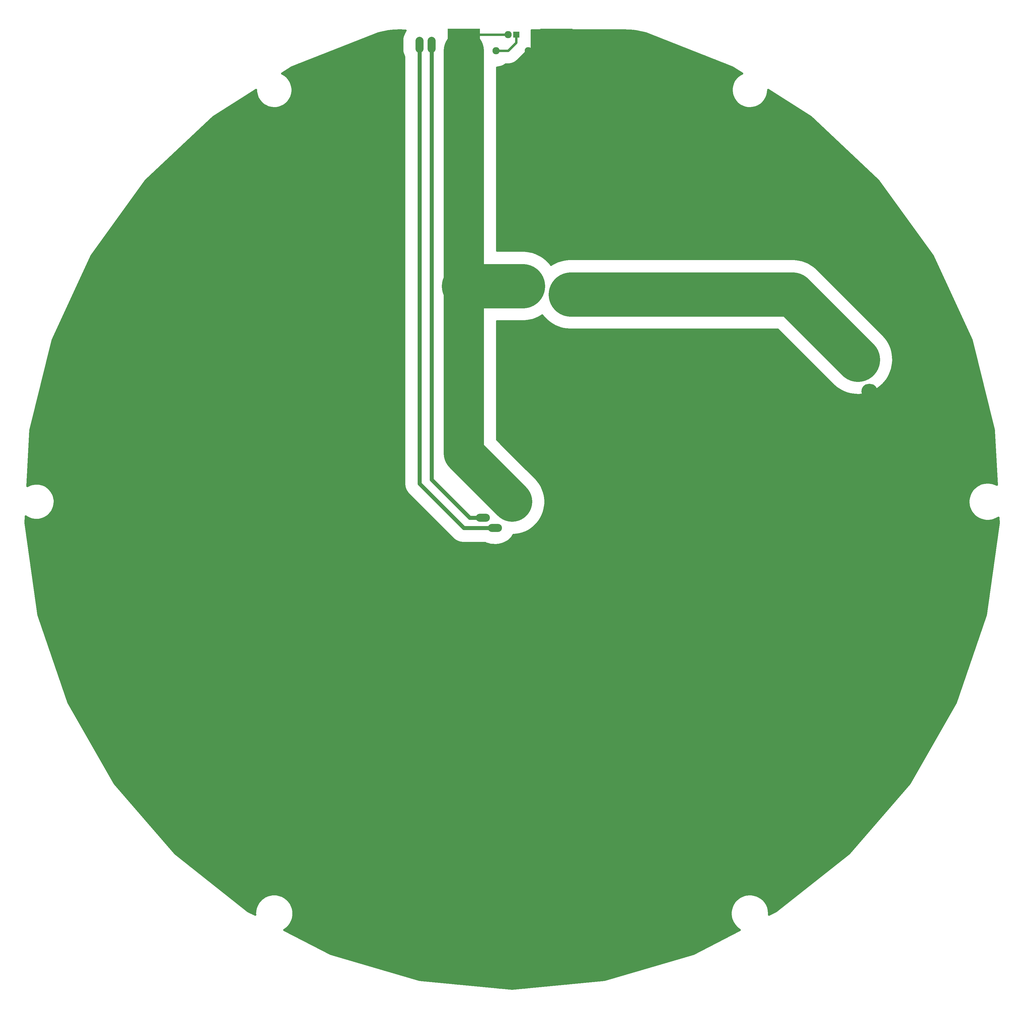
<source format=gbr>
G04 DipTrace 2.3.0.1*
%IN58742_R2_ONYX_Bottom.gbr*%
%MOIN*%
%ADD13C,0.1*%
%ADD14C,0.55*%
%ADD15C,0.03*%
%ADD16C,0.013*%
%ADD18C,0.05*%
%ADD19C,0.5*%
%ADD20C,0.025*%
%ADD22O,0.175X0.1*%
%ADD26O,0.199X0.186*%
%ADD27R,0.0591X0.0591*%
%ADD28C,0.09*%
%ADD29C,0.0591*%
%ADD31C,0.09*%
%ADD32C,0.04*%
%ADD33C,0.093*%
%FSLAX44Y44*%
G04*
G70*
G90*
G75*
G01*
%LNBottom*%
%LPD*%
X27971Y90724D2*
D14*
X55531D1*
X63646Y82609D1*
X18701Y120964D2*
D15*
X20201D1*
X21201Y121964D1*
Y122964D1*
X22701Y120964D2*
D16*
X25201D1*
Y119964D1*
X10701Y121214D2*
D18*
Y67714D1*
X15451Y62964D1*
X17201D1*
X10701Y121214D2*
D13*
Y122214D1*
X9201Y121214D2*
D18*
Y67214D1*
X14701Y61714D1*
X18701D1*
X9201Y121214D2*
D13*
Y122214D1*
X13701Y119964D2*
D16*
Y121964D1*
Y122964D2*
Y121964D1*
X15701Y119964D1*
X14701Y120964D2*
D19*
Y91754D1*
Y70964D1*
X20701Y64964D1*
X22041Y91754D2*
D14*
X14701D1*
X20201Y122964D2*
D15*
X13701D1*
D32*
X27201D3*
X26201D3*
X25201D3*
Y121964D3*
X26201D3*
X27201D3*
Y120964D3*
X26201D3*
X25201D3*
Y119964D3*
D15*
X24441Y91494D3*
X23831Y91574D3*
X22621Y91714D3*
X23211Y91654D3*
X22041Y91754D3*
X25561Y91314D3*
X26141Y91184D3*
X27366Y90899D3*
X26751Y91044D3*
X27971Y90724D3*
X63646Y82609D3*
X63866Y82049D3*
X64306Y80869D3*
X64106Y81469D3*
X64496Y80299D3*
X64881Y79214D3*
X65051Y78644D3*
X65401Y77444D3*
X65231Y78064D3*
X65561Y76854D3*
X-28139Y42914D3*
X-27859Y42344D3*
X-27361Y41214D3*
X-27609Y41774D3*
X-27049Y40651D3*
D33*
X20701Y64964D3*
D32*
X21139Y64089D3*
X21701Y64589D3*
X21826Y65339D3*
X26201Y119964D3*
X27201D3*
X21301Y65934D3*
X4535Y123245D2*
D20*
X7306D1*
X23157D2*
X36868D1*
X3762Y122996D2*
X7189D1*
X23157D2*
X37642D1*
X3125Y122748D2*
X7110D1*
X23157D2*
X38275D1*
X2493Y122499D2*
X7060D1*
X23157D2*
X38911D1*
X1860Y122250D2*
X7040D1*
X23157D2*
X39544D1*
X1223Y122002D2*
X7040D1*
X23157D2*
X40177D1*
X590Y121753D2*
X7040D1*
X23157D2*
X40814D1*
X-43Y121504D2*
X7040D1*
X23157D2*
X41446D1*
X-679Y121256D2*
X7040D1*
X23157D2*
X42079D1*
X-1312Y121007D2*
X7052D1*
X22633D2*
X42716D1*
X-1949Y120758D2*
X7091D1*
X22426D2*
X43349D1*
X-2582Y120509D2*
X7161D1*
X22176D2*
X43985D1*
X-3215Y120261D2*
X7267D1*
X21926D2*
X44618D1*
X-3851Y120012D2*
X7290D1*
X21680D2*
X45251D1*
X-4484Y119763D2*
X7290D1*
X21430D2*
X45888D1*
X-5117Y119515D2*
X7290D1*
X21114D2*
X46521D1*
X-5754Y119266D2*
X7290D1*
X20313D2*
X47153D1*
X-6386Y119017D2*
X7290D1*
X19473D2*
X47790D1*
X-6871Y118769D2*
X7290D1*
X18860D2*
X48271D1*
X-7261Y118520D2*
X7290D1*
X18860D2*
X48665D1*
X-7656Y118271D2*
X7290D1*
X18860D2*
X49060D1*
X-7609Y118023D2*
X7290D1*
X18860D2*
X49013D1*
X-7281Y117774D2*
X7290D1*
X18860D2*
X48685D1*
X-7047Y117525D2*
X7290D1*
X18860D2*
X48450D1*
X-6871Y117277D2*
X7290D1*
X18860D2*
X48275D1*
X-6742Y117028D2*
X7290D1*
X18860D2*
X48146D1*
X-6648Y116779D2*
X7290D1*
X18860D2*
X48048D1*
X-6586Y116530D2*
X7290D1*
X18860D2*
X47985D1*
X-6550Y116282D2*
X7290D1*
X18860D2*
X47954D1*
X-11191Y116033D2*
X-11109D1*
X-6547D2*
X7290D1*
X18860D2*
X47946D1*
X52516D2*
X52592D1*
X-11582Y115784D2*
X-11093D1*
X-6566D2*
X7290D1*
X18860D2*
X47970D1*
X52493D2*
X52985D1*
X-11976Y115536D2*
X-11042D1*
X-6617D2*
X7290D1*
X18860D2*
X48021D1*
X52446D2*
X53376D1*
X-12367Y115287D2*
X-10960D1*
X-6695D2*
X7290D1*
X18860D2*
X48099D1*
X52364D2*
X53771D1*
X-12761Y115038D2*
X-10847D1*
X-6812D2*
X7290D1*
X18860D2*
X48212D1*
X52250D2*
X54161D1*
X-13152Y114790D2*
X-10690D1*
X-6965D2*
X7290D1*
X18860D2*
X48368D1*
X52094D2*
X54556D1*
X-13547Y114541D2*
X-10487D1*
X-7172D2*
X7290D1*
X18860D2*
X48575D1*
X51887D2*
X54946D1*
X-13937Y114292D2*
X-10206D1*
X-7453D2*
X7290D1*
X18860D2*
X48857D1*
X51606D2*
X55341D1*
X-14332Y114044D2*
X-9784D1*
X-7875D2*
X7290D1*
X18860D2*
X49278D1*
X51184D2*
X55732D1*
X-14722Y113795D2*
X7290D1*
X18860D2*
X56126D1*
X-15117Y113546D2*
X7290D1*
X18860D2*
X56517D1*
X-15507Y113298D2*
X7290D1*
X18860D2*
X56911D1*
X-15902Y113049D2*
X7290D1*
X18860D2*
X57302D1*
X-16293Y112800D2*
X7290D1*
X18860D2*
X57696D1*
X-16582Y112551D2*
X7290D1*
X18860D2*
X57985D1*
X-16847Y112303D2*
X7290D1*
X18860D2*
X58247D1*
X-17109Y112054D2*
X7290D1*
X18860D2*
X58513D1*
X-17375Y111805D2*
X7290D1*
X18860D2*
X58775D1*
X-17636Y111557D2*
X7290D1*
X18860D2*
X59040D1*
X-17902Y111308D2*
X7290D1*
X18860D2*
X59306D1*
X-18168Y111059D2*
X7290D1*
X18860D2*
X59568D1*
X-18429Y110811D2*
X7290D1*
X18860D2*
X59833D1*
X-18695Y110562D2*
X7290D1*
X18860D2*
X60095D1*
X-18957Y110313D2*
X7290D1*
X18860D2*
X60360D1*
X-19222Y110065D2*
X7290D1*
X18860D2*
X60626D1*
X-19484Y109816D2*
X7290D1*
X18860D2*
X60888D1*
X-19750Y109567D2*
X7290D1*
X18860D2*
X61153D1*
X-20015Y109319D2*
X7290D1*
X18860D2*
X61415D1*
X-20277Y109070D2*
X7290D1*
X18860D2*
X61681D1*
X-20543Y108821D2*
X7290D1*
X18860D2*
X61946D1*
X-20804Y108572D2*
X7290D1*
X18860D2*
X62208D1*
X-21070Y108324D2*
X7290D1*
X18860D2*
X62474D1*
X-21336Y108075D2*
X7290D1*
X18860D2*
X62735D1*
X-21597Y107826D2*
X7290D1*
X18860D2*
X63001D1*
X-21863Y107578D2*
X7290D1*
X18860D2*
X63267D1*
X-22125Y107329D2*
X7290D1*
X18860D2*
X63528D1*
X-22390Y107080D2*
X7290D1*
X18860D2*
X63794D1*
X-22656Y106832D2*
X7290D1*
X18860D2*
X64056D1*
X-22918Y106583D2*
X7290D1*
X18860D2*
X64321D1*
X-23183Y106334D2*
X7290D1*
X18860D2*
X64583D1*
X-23445Y106086D2*
X7290D1*
X18860D2*
X64849D1*
X-23711Y105837D2*
X7290D1*
X18860D2*
X65114D1*
X-23976Y105588D2*
X7290D1*
X18860D2*
X65376D1*
X-24238Y105340D2*
X7290D1*
X18860D2*
X65642D1*
X-24504Y105091D2*
X7290D1*
X18860D2*
X65903D1*
X-24765Y104842D2*
X7290D1*
X18860D2*
X66165D1*
X-24945Y104593D2*
X7290D1*
X18860D2*
X66345D1*
X-25125Y104345D2*
X7290D1*
X18860D2*
X66525D1*
X-25300Y104096D2*
X7290D1*
X18860D2*
X66704D1*
X-25480Y103847D2*
X7290D1*
X18860D2*
X66884D1*
X-25660Y103599D2*
X7290D1*
X18860D2*
X67064D1*
X-25840Y103350D2*
X7290D1*
X18860D2*
X67243D1*
X-26019Y103101D2*
X7290D1*
X18860D2*
X67423D1*
X-26199Y102853D2*
X7290D1*
X18860D2*
X67603D1*
X-26379Y102604D2*
X7290D1*
X18860D2*
X67778D1*
X-26558Y102355D2*
X7290D1*
X18860D2*
X67958D1*
X-26734Y102107D2*
X7290D1*
X18860D2*
X68138D1*
X-26914Y101858D2*
X7290D1*
X18860D2*
X68318D1*
X-27093Y101609D2*
X7290D1*
X18860D2*
X68497D1*
X-27273Y101361D2*
X7290D1*
X18860D2*
X68677D1*
X-27453Y101112D2*
X7290D1*
X18860D2*
X68857D1*
X-27632Y100863D2*
X7290D1*
X18860D2*
X69036D1*
X-27812Y100614D2*
X7290D1*
X18860D2*
X69212D1*
X-27992Y100366D2*
X7290D1*
X18860D2*
X69392D1*
X-28168Y100117D2*
X7290D1*
X18860D2*
X69571D1*
X-28347Y99868D2*
X7290D1*
X18860D2*
X69751D1*
X-28527Y99620D2*
X7290D1*
X18860D2*
X69931D1*
X-28707Y99371D2*
X7290D1*
X18860D2*
X70110D1*
X-28886Y99122D2*
X7290D1*
X18860D2*
X70290D1*
X-29066Y98874D2*
X7290D1*
X18860D2*
X70470D1*
X-29246Y98625D2*
X7290D1*
X18860D2*
X70646D1*
X-29425Y98376D2*
X7290D1*
X18860D2*
X70825D1*
X-29601Y98128D2*
X7290D1*
X18860D2*
X71005D1*
X-29781Y97879D2*
X7290D1*
X18860D2*
X71185D1*
X-29961Y97630D2*
X7290D1*
X18860D2*
X71364D1*
X-30140Y97382D2*
X7290D1*
X18860D2*
X71544D1*
X-30320Y97133D2*
X7290D1*
X18860D2*
X71724D1*
X-30500Y96884D2*
X7290D1*
X18860D2*
X71903D1*
X-30679Y96635D2*
X7290D1*
X18860D2*
X72079D1*
X-30859Y96387D2*
X7290D1*
X18860D2*
X72259D1*
X-31039Y96138D2*
X7290D1*
X22125D2*
X72439D1*
X-31215Y95889D2*
X7290D1*
X23524D2*
X72618D1*
X-31394Y95641D2*
X7290D1*
X24094D2*
X72798D1*
X-31547Y95392D2*
X7290D1*
X24512D2*
X72950D1*
X-31664Y95143D2*
X7290D1*
X24848D2*
X73068D1*
X-31777Y94895D2*
X7290D1*
X25125D2*
X26595D1*
X56910D2*
X73181D1*
X-31894Y94646D2*
X7290D1*
X25364D2*
X25985D1*
X57516D2*
X73298D1*
X-32007Y94397D2*
X7290D1*
X57950D2*
X73411D1*
X-32125Y94149D2*
X7290D1*
X58293D2*
X73525D1*
X-32238Y93900D2*
X7290D1*
X58578D2*
X73642D1*
X-32355Y93651D2*
X7290D1*
X58828D2*
X73755D1*
X-32468Y93403D2*
X7290D1*
X59078D2*
X73872D1*
X-32586Y93154D2*
X7290D1*
X59328D2*
X73985D1*
X-32699Y92905D2*
X7290D1*
X59575D2*
X74103D1*
X-32816Y92656D2*
X7290D1*
X59825D2*
X74216D1*
X-32929Y92408D2*
X7290D1*
X60075D2*
X74333D1*
X-33047Y92159D2*
X7290D1*
X60321D2*
X74446D1*
X-33160Y91910D2*
X7290D1*
X60571D2*
X74564D1*
X-33277Y91662D2*
X7290D1*
X60821D2*
X74677D1*
X-33390Y91413D2*
X7290D1*
X61067D2*
X74794D1*
X-33504Y91164D2*
X7290D1*
X61317D2*
X74907D1*
X-33621Y90916D2*
X7290D1*
X61567D2*
X75025D1*
X-33734Y90667D2*
X7290D1*
X61813D2*
X75138D1*
X-33851Y90418D2*
X7290D1*
X62063D2*
X75255D1*
X-33965Y90170D2*
X7290D1*
X62313D2*
X75368D1*
X-34082Y89921D2*
X7290D1*
X62559D2*
X75485D1*
X-34195Y89672D2*
X7290D1*
X62809D2*
X75599D1*
X-34312Y89424D2*
X7290D1*
X63059D2*
X75712D1*
X-34425Y89175D2*
X7290D1*
X63305D2*
X75829D1*
X-34543Y88926D2*
X7290D1*
X63555D2*
X75943D1*
X-34656Y88677D2*
X7290D1*
X63805D2*
X76060D1*
X-34773Y88429D2*
X7290D1*
X64051D2*
X76173D1*
X-34886Y88180D2*
X7290D1*
X64301D2*
X76290D1*
X-35004Y87931D2*
X7290D1*
X24215D2*
X24564D1*
X64551D2*
X76403D1*
X-35117Y87683D2*
X7290D1*
X23696D2*
X24786D1*
X64797D2*
X76521D1*
X-35234Y87434D2*
X7290D1*
X22821D2*
X25048D1*
X65047D2*
X76634D1*
X-35347Y87185D2*
X7290D1*
X18860D2*
X25357D1*
X65297D2*
X76751D1*
X-35461Y86937D2*
X7290D1*
X18860D2*
X25735D1*
X65543D2*
X76864D1*
X-35578Y86688D2*
X7290D1*
X18860D2*
X26232D1*
X65793D2*
X76982D1*
X-35691Y86439D2*
X7290D1*
X18860D2*
X27013D1*
X66043D2*
X77095D1*
X-35808Y86191D2*
X7290D1*
X18860D2*
X53837D1*
X66289D2*
X77212D1*
X-35922Y85942D2*
X7290D1*
X18860D2*
X54087D1*
X66539D2*
X77325D1*
X-36039Y85693D2*
X7290D1*
X18860D2*
X54337D1*
X66789D2*
X77443D1*
X-36152Y85445D2*
X7290D1*
X18860D2*
X54583D1*
X67016D2*
X77556D1*
X-36269Y85196D2*
X7290D1*
X18860D2*
X54833D1*
X67211D2*
X77669D1*
X-36367Y84947D2*
X7290D1*
X18860D2*
X55083D1*
X67379D2*
X77767D1*
X-36425Y84698D2*
X7290D1*
X18860D2*
X55329D1*
X67528D2*
X77829D1*
X-36488Y84450D2*
X7290D1*
X18860D2*
X55579D1*
X67653D2*
X77892D1*
X-36550Y84201D2*
X7290D1*
X18860D2*
X55829D1*
X67758D2*
X77954D1*
X-36613Y83952D2*
X7290D1*
X18860D2*
X56075D1*
X67844D2*
X78013D1*
X-36672Y83704D2*
X7290D1*
X18860D2*
X56325D1*
X67918D2*
X78075D1*
X-36734Y83455D2*
X7290D1*
X18860D2*
X56575D1*
X67973D2*
X78138D1*
X-36797Y83206D2*
X7290D1*
X18860D2*
X56821D1*
X68016D2*
X78200D1*
X-36859Y82958D2*
X7290D1*
X18860D2*
X57071D1*
X68043D2*
X78259D1*
X-36918Y82709D2*
X7290D1*
X18860D2*
X57321D1*
X68055D2*
X78321D1*
X-36980Y82460D2*
X7290D1*
X18860D2*
X57568D1*
X68055D2*
X78384D1*
X-37043Y82212D2*
X7290D1*
X18860D2*
X57818D1*
X68039D2*
X78446D1*
X-37105Y81963D2*
X7290D1*
X18860D2*
X58068D1*
X68008D2*
X78505D1*
X-37168Y81714D2*
X7290D1*
X18860D2*
X58314D1*
X67965D2*
X78568D1*
X-37226Y81466D2*
X7290D1*
X18860D2*
X58564D1*
X67907D2*
X78630D1*
X-37289Y81217D2*
X7290D1*
X18860D2*
X58814D1*
X67828D2*
X78693D1*
X-37351Y80968D2*
X7290D1*
X18860D2*
X59060D1*
X67739D2*
X78755D1*
X-37414Y80719D2*
X7290D1*
X18860D2*
X59310D1*
X67629D2*
X78814D1*
X-37472Y80471D2*
X7290D1*
X18860D2*
X59560D1*
X67500D2*
X78876D1*
X-37535Y80222D2*
X7290D1*
X18860D2*
X59806D1*
X67348D2*
X78939D1*
X-37597Y79973D2*
X7290D1*
X18860D2*
X60056D1*
X67176D2*
X79001D1*
X-37660Y79725D2*
X7290D1*
X18860D2*
X60306D1*
X66973D2*
X79060D1*
X-37718Y79476D2*
X7290D1*
X18860D2*
X60552D1*
X66739D2*
X79122D1*
X-37781Y79227D2*
X7290D1*
X18860D2*
X60829D1*
X66461D2*
X79185D1*
X-37843Y78979D2*
X7290D1*
X18860D2*
X61161D1*
X66129D2*
X79247D1*
X-37906Y78730D2*
X7290D1*
X18860D2*
X61575D1*
X65715D2*
X79306D1*
X-37965Y78481D2*
X7290D1*
X18860D2*
X62142D1*
X65153D2*
X79368D1*
X-38027Y78233D2*
X7290D1*
X18860D2*
X63345D1*
X63950D2*
X79431D1*
X-38090Y77984D2*
X7290D1*
X18860D2*
X79493D1*
X-38152Y77735D2*
X7290D1*
X18860D2*
X79552D1*
X-38211Y77487D2*
X7290D1*
X18860D2*
X79614D1*
X-38273Y77238D2*
X7290D1*
X18860D2*
X79677D1*
X-38336Y76989D2*
X7290D1*
X18860D2*
X79739D1*
X-38398Y76740D2*
X7290D1*
X18860D2*
X79798D1*
X-38457Y76492D2*
X7290D1*
X18860D2*
X79860D1*
X-38519Y76243D2*
X7290D1*
X18860D2*
X79923D1*
X-38582Y75994D2*
X7290D1*
X18860D2*
X79985D1*
X-38644Y75746D2*
X7290D1*
X18860D2*
X80044D1*
X-38707Y75497D2*
X7290D1*
X18860D2*
X80107D1*
X-38765Y75248D2*
X7290D1*
X18860D2*
X80169D1*
X-38828Y75000D2*
X7290D1*
X18860D2*
X80232D1*
X-38890Y74751D2*
X7290D1*
X18860D2*
X80290D1*
X-38953Y74502D2*
X7290D1*
X18860D2*
X80353D1*
X-39011Y74254D2*
X7290D1*
X18860D2*
X80415D1*
X-39074Y74005D2*
X7290D1*
X18860D2*
X80478D1*
X-39121Y73756D2*
X7290D1*
X18860D2*
X80521D1*
X-39132Y73508D2*
X7290D1*
X18860D2*
X80536D1*
X-39144Y73259D2*
X7290D1*
X18860D2*
X80548D1*
X-39160Y73010D2*
X7290D1*
X18860D2*
X80560D1*
X-39172Y72761D2*
X7290D1*
X18860D2*
X80575D1*
X-39183Y72513D2*
X7290D1*
X19024D2*
X80587D1*
X-39199Y72264D2*
X7290D1*
X19274D2*
X80599D1*
X-39211Y72015D2*
X7290D1*
X19524D2*
X80614D1*
X-39222Y71767D2*
X7290D1*
X19770D2*
X80626D1*
X-39234Y71518D2*
X7290D1*
X20020D2*
X80638D1*
X-39250Y71269D2*
X7290D1*
X20270D2*
X80650D1*
X-39261Y71021D2*
X7290D1*
X20516D2*
X80665D1*
X-39273Y70772D2*
X7290D1*
X20766D2*
X80677D1*
X-39289Y70523D2*
X7290D1*
X21016D2*
X80689D1*
X-39300Y70275D2*
X7290D1*
X21262D2*
X80704D1*
X-39312Y70026D2*
X7290D1*
X21512D2*
X80716D1*
X-39328Y69777D2*
X7290D1*
X21762D2*
X80728D1*
X-39340Y69529D2*
X7290D1*
X22008D2*
X80743D1*
X-39351Y69280D2*
X7290D1*
X22258D2*
X80755D1*
X-39363Y69031D2*
X7290D1*
X22508D2*
X80767D1*
X-39379Y68782D2*
X7290D1*
X22754D2*
X80778D1*
X-39390Y68534D2*
X7290D1*
X23004D2*
X80794D1*
X-39402Y68285D2*
X7290D1*
X23254D2*
X80806D1*
X-39418Y68036D2*
X7290D1*
X23500D2*
X80818D1*
X-39429Y67788D2*
X7290D1*
X23746D2*
X80833D1*
X-39441Y67539D2*
X7290D1*
X23961D2*
X80845D1*
X-39457Y67290D2*
X7290D1*
X24145D2*
X79212D1*
X80309D2*
X80857D1*
X-39468Y67042D2*
X-39272D1*
X-37445D2*
X7298D1*
X24301D2*
X78568D1*
X-37007Y66793D2*
X7341D1*
X24434D2*
X78208D1*
X-36718Y66544D2*
X7415D1*
X24547D2*
X77950D1*
X-36507Y66296D2*
X7528D1*
X24641D2*
X77759D1*
X-36351Y66047D2*
X7696D1*
X24715D2*
X77610D1*
X-36234Y65798D2*
X7927D1*
X24778D2*
X77501D1*
X-36152Y65550D2*
X8173D1*
X24821D2*
X77423D1*
X-36097Y65301D2*
X8423D1*
X24848D2*
X77376D1*
X-36074Y65052D2*
X8673D1*
X24860D2*
X77353D1*
X-36078Y64803D2*
X8919D1*
X24860D2*
X77357D1*
X-36113Y64555D2*
X9169D1*
X24840D2*
X77388D1*
X-36172Y64306D2*
X9419D1*
X24809D2*
X77443D1*
X-36265Y64057D2*
X9665D1*
X24762D2*
X77532D1*
X-36390Y63809D2*
X9915D1*
X24696D2*
X77650D1*
X-36562Y63560D2*
X10165D1*
X24618D2*
X77810D1*
X-36793Y63311D2*
X10411D1*
X24516D2*
X78017D1*
X-37113Y63063D2*
X10661D1*
X24399D2*
X78298D1*
X-39687Y62814D2*
X-39081D1*
X-37636D2*
X10911D1*
X24258D2*
X78704D1*
X80821D2*
X81091D1*
X-39699Y62565D2*
X11157D1*
X24094D2*
X81103D1*
X-39711Y62317D2*
X11407D1*
X23903D2*
X81114D1*
X-39675Y62068D2*
X11657D1*
X23676D2*
X81079D1*
X-39640Y61819D2*
X11903D1*
X23410D2*
X81044D1*
X-39605Y61571D2*
X12153D1*
X23090D2*
X81009D1*
X-39574Y61322D2*
X12403D1*
X22684D2*
X80974D1*
X-39539Y61073D2*
X12650D1*
X22125D2*
X80939D1*
X-39504Y60824D2*
X12900D1*
X20895D2*
X80903D1*
X-39468Y60576D2*
X13150D1*
X20739D2*
X80872D1*
X-39433Y60327D2*
X13400D1*
X20524D2*
X80837D1*
X-39398Y60078D2*
X13739D1*
X20243D2*
X80802D1*
X-39363Y59830D2*
X14618D1*
X19813D2*
X80767D1*
X-39328Y59581D2*
X18466D1*
X18688D2*
X80732D1*
X-39293Y59332D2*
X80696D1*
X-39257Y59084D2*
X80661D1*
X-39222Y58835D2*
X80626D1*
X-39191Y58586D2*
X80591D1*
X-39156Y58338D2*
X80556D1*
X-39121Y58089D2*
X80521D1*
X-39086Y57840D2*
X80485D1*
X-39050Y57592D2*
X80454D1*
X-39015Y57343D2*
X80419D1*
X-38980Y57094D2*
X80384D1*
X-38945Y56845D2*
X80349D1*
X-38910Y56597D2*
X80314D1*
X-38875Y56348D2*
X80278D1*
X-38840Y56099D2*
X80243D1*
X-38804Y55851D2*
X80208D1*
X-38773Y55602D2*
X80173D1*
X-38738Y55353D2*
X80138D1*
X-38703Y55105D2*
X80103D1*
X-38668Y54856D2*
X80068D1*
X-38632Y54607D2*
X80036D1*
X-38597Y54359D2*
X80001D1*
X-38562Y54110D2*
X79966D1*
X-38527Y53861D2*
X79931D1*
X-38492Y53613D2*
X79896D1*
X-38457Y53364D2*
X79860D1*
X-38422Y53115D2*
X79825D1*
X-38386Y52866D2*
X79790D1*
X-38355Y52618D2*
X79755D1*
X-38320Y52369D2*
X79720D1*
X-38285Y52120D2*
X79685D1*
X-38250Y51872D2*
X79653D1*
X-38215Y51623D2*
X79618D1*
X-38179Y51374D2*
X79583D1*
X-38144Y51126D2*
X79548D1*
X-38105Y50877D2*
X79509D1*
X-38019Y50628D2*
X79423D1*
X-37933Y50380D2*
X79337D1*
X-37847Y50131D2*
X79251D1*
X-37765Y49882D2*
X79165D1*
X-37679Y49634D2*
X79079D1*
X-37593Y49385D2*
X78997D1*
X-37507Y49136D2*
X78911D1*
X-37422Y48887D2*
X78825D1*
X-37336Y48639D2*
X78739D1*
X-37254Y48390D2*
X78653D1*
X-37168Y48141D2*
X78571D1*
X-37082Y47893D2*
X78485D1*
X-36996Y47644D2*
X78400D1*
X-36910Y47395D2*
X78314D1*
X-36828Y47147D2*
X78228D1*
X-36742Y46898D2*
X78146D1*
X-36656Y46649D2*
X78060D1*
X-36570Y46401D2*
X77974D1*
X-36484Y46152D2*
X77888D1*
X-36402Y45903D2*
X77802D1*
X-36316Y45655D2*
X77720D1*
X-36230Y45406D2*
X77634D1*
X-36144Y45157D2*
X77548D1*
X-36058Y44908D2*
X77462D1*
X-35976Y44660D2*
X77376D1*
X-35890Y44411D2*
X77294D1*
X-35804Y44162D2*
X77208D1*
X-35718Y43914D2*
X77122D1*
X-35632Y43665D2*
X77036D1*
X-35550Y43416D2*
X76950D1*
X-35465Y43168D2*
X76864D1*
X-35379Y42919D2*
X76782D1*
X-35293Y42670D2*
X76696D1*
X-35207Y42422D2*
X76610D1*
X-35125Y42173D2*
X76525D1*
X-35039Y41924D2*
X76439D1*
X-34953Y41675D2*
X76357D1*
X-34867Y41427D2*
X76271D1*
X-34781Y41178D2*
X76185D1*
X-34699Y40929D2*
X76099D1*
X-34613Y40681D2*
X76013D1*
X-34527Y40432D2*
X75931D1*
X-34441Y40183D2*
X75845D1*
X-34343Y39935D2*
X75743D1*
X-34199Y39686D2*
X75603D1*
X-34058Y39437D2*
X75458D1*
X-33914Y39189D2*
X75318D1*
X-33773Y38940D2*
X75173D1*
X-33629Y38691D2*
X75032D1*
X-33488Y38443D2*
X74888D1*
X-33343Y38194D2*
X74747D1*
X-33203Y37945D2*
X74603D1*
X-33058Y37696D2*
X74462D1*
X-32914Y37448D2*
X74318D1*
X-32773Y37199D2*
X74177D1*
X-32629Y36950D2*
X74032D1*
X-32488Y36702D2*
X73892D1*
X-32343Y36453D2*
X73747D1*
X-32203Y36204D2*
X73607D1*
X-32058Y35956D2*
X73462D1*
X-31918Y35707D2*
X73318D1*
X-31773Y35458D2*
X73177D1*
X-31632Y35210D2*
X73032D1*
X-31488Y34961D2*
X72892D1*
X-31347Y34712D2*
X72747D1*
X-31203Y34464D2*
X72607D1*
X-31062Y34215D2*
X72462D1*
X-30918Y33966D2*
X72321D1*
X-30777Y33717D2*
X72177D1*
X-30632Y33469D2*
X72036D1*
X-30488Y33220D2*
X71892D1*
X-30347Y32971D2*
X71751D1*
X-30203Y32723D2*
X71607D1*
X-30062Y32474D2*
X71466D1*
X-29918Y32225D2*
X71321D1*
X-29777Y31977D2*
X71181D1*
X-29632Y31728D2*
X71036D1*
X-29492Y31479D2*
X70892D1*
X-29347Y31231D2*
X70751D1*
X-29207Y30982D2*
X70607D1*
X-29062Y30733D2*
X70466D1*
X-28922Y30485D2*
X70321D1*
X-28777Y30236D2*
X70181D1*
X-28632Y29987D2*
X70036D1*
X-28418Y29738D2*
X69821D1*
X-28203Y29490D2*
X69607D1*
X-27988Y29241D2*
X69392D1*
X-27773Y28992D2*
X69177D1*
X-27562Y28744D2*
X68962D1*
X-27347Y28495D2*
X68747D1*
X-27132Y28246D2*
X68532D1*
X-26918Y27998D2*
X68321D1*
X-26703Y27749D2*
X68107D1*
X-26488Y27500D2*
X67892D1*
X-26273Y27252D2*
X67677D1*
X-26058Y27003D2*
X67462D1*
X-25843Y26754D2*
X67247D1*
X-25629Y26506D2*
X67032D1*
X-25414Y26257D2*
X66818D1*
X-25199Y26008D2*
X66603D1*
X-24988Y25759D2*
X66388D1*
X-24773Y25511D2*
X66173D1*
X-24558Y25262D2*
X65958D1*
X-24343Y25013D2*
X65743D1*
X-24129Y24765D2*
X65532D1*
X-23914Y24516D2*
X65318D1*
X-23699Y24267D2*
X65103D1*
X-23484Y24019D2*
X64888D1*
X-23269Y23770D2*
X64673D1*
X-23054Y23521D2*
X64458D1*
X-22840Y23273D2*
X64243D1*
X-22625Y23024D2*
X64028D1*
X-22410Y22775D2*
X63814D1*
X-22199Y22527D2*
X63599D1*
X-21984Y22278D2*
X63384D1*
X-21769Y22029D2*
X63169D1*
X-21554Y21780D2*
X62958D1*
X-21340Y21532D2*
X62743D1*
X-21125Y21283D2*
X62528D1*
X-20816Y21034D2*
X62220D1*
X-20504Y20786D2*
X61903D1*
X-20187Y20537D2*
X61591D1*
X-19871Y20288D2*
X61275D1*
X-19558Y20040D2*
X60958D1*
X-19242Y19791D2*
X60646D1*
X-18925Y19542D2*
X60329D1*
X-18613Y19294D2*
X60013D1*
X-18297Y19045D2*
X59700D1*
X-17980Y18796D2*
X59384D1*
X-17668Y18548D2*
X59068D1*
X-17351Y18299D2*
X58755D1*
X-17035Y18050D2*
X58439D1*
X-16722Y17801D2*
X58122D1*
X-16406Y17553D2*
X57810D1*
X-16090Y17304D2*
X57493D1*
X-15777Y17055D2*
X57177D1*
X-15461Y16807D2*
X56864D1*
X-15144Y16558D2*
X56548D1*
X-14832Y16309D2*
X56232D1*
X-14515Y16061D2*
X-9679D1*
X-7976D2*
X49380D1*
X51082D2*
X55919D1*
X-14199Y15812D2*
X-10171D1*
X-7488D2*
X48888D1*
X51575D2*
X55603D1*
X-13886Y15563D2*
X-10483D1*
X-7172D2*
X48575D1*
X51887D2*
X55286D1*
X-13570Y15315D2*
X-10714D1*
X-6941D2*
X48345D1*
X52118D2*
X54974D1*
X-13254Y15066D2*
X-10890D1*
X-6769D2*
X48169D1*
X52293D2*
X54657D1*
X-12941Y14817D2*
X-11022D1*
X-6636D2*
X48040D1*
X52426D2*
X54341D1*
X-12625Y14569D2*
X-11120D1*
X-6539D2*
X47943D1*
X52524D2*
X54028D1*
X-12308Y14320D2*
X-11186D1*
X-6472D2*
X47872D1*
X52590D2*
X53712D1*
X-11961Y14071D2*
X-11225D1*
X-6433D2*
X47833D1*
X52629D2*
X53364D1*
X-11480Y13822D2*
X-11237D1*
X-6418D2*
X47821D1*
X52641D2*
X52884D1*
X-6433Y13574D2*
X47833D1*
X-6472Y13325D2*
X47876D1*
X-6539Y13076D2*
X47943D1*
X-6636Y12828D2*
X48040D1*
X-6769Y12579D2*
X48173D1*
X-6945Y12330D2*
X48349D1*
X-7175Y12082D2*
X48579D1*
X-7492Y11833D2*
X48892D1*
X-7152Y11584D2*
X48556D1*
X-6672Y11336D2*
X48075D1*
X-6191Y11087D2*
X47595D1*
X-5711Y10838D2*
X47114D1*
X-5230Y10590D2*
X46634D1*
X-4750Y10341D2*
X46150D1*
X-4269Y10092D2*
X45669D1*
X-3785Y9843D2*
X45189D1*
X-3304Y9595D2*
X44708D1*
X-2824Y9346D2*
X44228D1*
X-2343Y9097D2*
X43747D1*
X-1863Y8849D2*
X43267D1*
X-1054Y8600D2*
X42458D1*
X-211Y8351D2*
X41614D1*
X633Y8103D2*
X40771D1*
X1477Y7854D2*
X39923D1*
X2321Y7605D2*
X39079D1*
X3168Y7357D2*
X38235D1*
X4012Y7108D2*
X37392D1*
X4856Y6859D2*
X36544D1*
X5700Y6611D2*
X35700D1*
X6547Y6362D2*
X34857D1*
X7391Y6113D2*
X34013D1*
X8235Y5864D2*
X33169D1*
X9078Y5616D2*
X32321D1*
X11328Y5367D2*
X30075D1*
X13926Y5118D2*
X27478D1*
X16524Y4870D2*
X24880D1*
X19121Y4621D2*
X22282D1*
X23132Y123492D2*
Y121033D1*
X22628D1*
X22466Y120827D1*
X21403Y119762D1*
X21214Y119598D1*
X21003Y119465D1*
X20775Y119363D1*
X20534Y119297D1*
X20292Y119266D1*
X19908Y119264D1*
X19686Y119126D1*
X19459Y119021D1*
X19221Y118944D1*
X18976Y118897D1*
X18840Y118884D1*
X18836Y118214D1*
Y96139D1*
X22166Y96137D1*
X22540Y96110D1*
X22911Y96052D1*
X23275Y95962D1*
X23629Y95841D1*
X23973Y95690D1*
X24302Y95511D1*
X24615Y95304D1*
X24909Y95071D1*
X25181Y94814D1*
X25431Y94535D1*
X25554Y94378D1*
X25689Y94468D1*
X26017Y94649D1*
X26359Y94802D1*
X26713Y94924D1*
X27077Y95016D1*
X27447Y95077D1*
X27821Y95106D1*
X29721Y95109D1*
X55656Y95107D1*
X56030Y95080D1*
X56401Y95022D1*
X56765Y94932D1*
X57119Y94811D1*
X57463Y94660D1*
X57792Y94481D1*
X58105Y94274D1*
X58399Y94041D1*
X58632Y93824D1*
X66834Y85620D1*
X67080Y85336D1*
X67300Y85033D1*
X67494Y84712D1*
X67660Y84376D1*
X67796Y84027D1*
X67902Y83667D1*
X67977Y83300D1*
X68020Y82927D1*
X68031Y82553D1*
X68010Y82178D1*
X67958Y81807D1*
X67873Y81442D1*
X67758Y81085D1*
X67613Y80739D1*
X67439Y80407D1*
X67237Y80092D1*
X67009Y79794D1*
X66756Y79517D1*
X66481Y79263D1*
X66185Y79033D1*
X65870Y78829D1*
X65539Y78653D1*
X65194Y78506D1*
X64838Y78389D1*
X64473Y78302D1*
X64103Y78247D1*
X63728Y78224D1*
X63354Y78233D1*
X62981Y78274D1*
X62613Y78347D1*
X62253Y78451D1*
X61903Y78585D1*
X61566Y78749D1*
X61244Y78941D1*
X60939Y79159D1*
X60654Y79403D1*
X59308Y80745D1*
X53715Y86339D1*
X27846Y86340D1*
X27473Y86367D1*
X27102Y86426D1*
X26738Y86516D1*
X26383Y86636D1*
X26040Y86787D1*
X25711Y86966D1*
X25398Y87173D1*
X25104Y87406D1*
X24831Y87663D1*
X24581Y87942D1*
X24459Y88099D1*
X24324Y88010D1*
X23996Y87828D1*
X23654Y87676D1*
X23299Y87553D1*
X22936Y87461D1*
X22566Y87400D1*
X22192Y87371D1*
X20291Y87369D1*
X18834D1*
X18836Y83629D1*
Y72679D1*
X20189Y71324D1*
X23712Y67798D1*
X23957Y67513D1*
X24174Y67208D1*
X24363Y66884D1*
X24522Y66545D1*
X24650Y66192D1*
X24745Y65830D1*
X24807Y65460D1*
X24835Y65086D1*
X24829Y64711D1*
X24789Y64339D1*
X24716Y63971D1*
X24609Y63612D1*
X24471Y63263D1*
X24301Y62929D1*
X24102Y62611D1*
X23875Y62313D1*
X23622Y62036D1*
X23345Y61784D1*
X23046Y61558D1*
X22728Y61359D1*
X22393Y61191D1*
X22044Y61053D1*
X21685Y60947D1*
X21317Y60875D1*
X20944Y60836D1*
X20870Y60833D1*
X20818Y60730D1*
X20698Y60553D1*
X20505Y60332D1*
X20325Y60159D1*
X20105Y60006D1*
X19791Y59832D1*
X19559Y59743D1*
X19183Y59638D1*
X18994Y59610D1*
X18599Y59579D1*
X18305Y59597D1*
X18035Y59626D1*
X17849Y59668D1*
X17486Y59779D1*
X17369Y59829D1*
X14577Y59833D1*
X14329Y59866D1*
X14088Y59931D1*
X13858Y60028D1*
X13642Y60154D1*
X13445Y60308D1*
X12838Y60911D1*
X7783Y65972D1*
X7631Y66170D1*
X7507Y66387D1*
X7413Y66619D1*
X7350Y66860D1*
X7319Y67108D1*
X7316Y67964D1*
Y120210D1*
X7227Y120402D1*
X7145Y120639D1*
X7092Y120883D1*
X7068Y121131D1*
X7066Y122214D1*
X7081Y122463D1*
X7125Y122709D1*
X7197Y122948D1*
X7296Y123177D1*
X7422Y123393D1*
X7492Y123492D1*
X6647Y123494D1*
X6317Y123488D1*
X5998Y123471D1*
X5675Y123443D1*
X5354Y123404D1*
X5033Y123353D1*
X4715Y123292D1*
X4399Y123219D1*
X4103Y123140D1*
X-6651Y118923D1*
X-7871Y118151D1*
X-7663Y118040D1*
X-7456Y117899D1*
X-7266Y117737D1*
X-7096Y117554D1*
X-6946Y117354D1*
X-6819Y117139D1*
X-6717Y116910D1*
X-6641Y116672D1*
X-6592Y116428D1*
X-6570Y116179D1*
X-6572Y115979D1*
X-6600Y115730D1*
X-6654Y115487D1*
X-6736Y115250D1*
X-6843Y115025D1*
X-6974Y114812D1*
X-7128Y114615D1*
X-7303Y114436D1*
X-7496Y114278D1*
X-7706Y114142D1*
X-7929Y114030D1*
X-8164Y113944D1*
X-8406Y113883D1*
X-8654Y113850D1*
X-8904Y113845D1*
X-9152Y113867D1*
X-9397Y113916D1*
X-9635Y113993D1*
X-9864Y114095D1*
X-10079Y114221D1*
X-10279Y114371D1*
X-10462Y114541D1*
X-10624Y114731D1*
X-10765Y114938D1*
X-10882Y115159D1*
X-10973Y115391D1*
X-11039Y115632D1*
X-11077Y115879D1*
X-11088Y116109D1*
X-12026Y115519D1*
X-16391Y112754D1*
X-24785Y104848D1*
X-31526Y95494D1*
X-36370Y85030D1*
X-39140Y73837D1*
X-39499Y66917D1*
X-39235Y67047D1*
X-39000Y67131D1*
X-38756Y67188D1*
X-38508Y67219D1*
X-38259Y67221D1*
X-38010Y67197D1*
X-37766Y67144D1*
X-37528Y67066D1*
X-37302Y66961D1*
X-37087Y66832D1*
X-36889Y66681D1*
X-36708Y66508D1*
X-36548Y66316D1*
X-36410Y66108D1*
X-36295Y65886D1*
X-36206Y65652D1*
X-36143Y65411D1*
X-36107Y65163D1*
X-36099Y64964D1*
X-36112Y64714D1*
X-36154Y64468D1*
X-36222Y64227D1*
X-36316Y63996D1*
X-36436Y63776D1*
X-36578Y63571D1*
X-36743Y63383D1*
X-36927Y63215D1*
X-37129Y63067D1*
X-37346Y62943D1*
X-37575Y62844D1*
X-37814Y62770D1*
X-38059Y62724D1*
X-38309Y62704D1*
X-38558Y62712D1*
X-38806Y62748D1*
X-39047Y62811D1*
X-39281Y62900D1*
X-39503Y63015D1*
X-39695Y63142D1*
X-39737Y62322D1*
X-38138Y50903D1*
X-34402Y39994D1*
X-28663Y29993D1*
X-21131Y21262D1*
X-12080Y14119D1*
X-11206Y13667D1*
X-11214Y13831D1*
X-11200Y14080D1*
X-11160Y14327D1*
X-11094Y14568D1*
X-11004Y14801D1*
X-10890Y15023D1*
X-10753Y15233D1*
X-10595Y15426D1*
X-10418Y15602D1*
X-10223Y15759D1*
X-10013Y15894D1*
X-9790Y16006D1*
X-9556Y16095D1*
X-9314Y16159D1*
X-9067Y16197D1*
X-8818Y16209D1*
X-8568Y16194D1*
X-8322Y16154D1*
X-8080Y16088D1*
X-7848Y15998D1*
X-7626Y15883D1*
X-7417Y15746D1*
X-7223Y15588D1*
X-7048Y15410D1*
X-6891Y15215D1*
X-6756Y15005D1*
X-6644Y14781D1*
X-6556Y14547D1*
X-6493Y14306D1*
X-6455Y14059D1*
X-6444Y13824D1*
X-6457Y13574D1*
X-6496Y13327D1*
X-6561Y13086D1*
X-6650Y12853D1*
X-6764Y12630D1*
X-6900Y12421D1*
X-7057Y12226D1*
X-7234Y12050D1*
X-7428Y11893D1*
X-7582Y11792D1*
X-1838Y8823D1*
X9223Y5566D1*
X20701Y4467D1*
X32180Y5566D1*
X43241Y8823D1*
X48979Y11790D1*
X48726Y11973D1*
X48541Y12141D1*
X48374Y12327D1*
X48228Y12530D1*
X48104Y12746D1*
X48003Y12975D1*
X47926Y13213D1*
X47875Y13457D1*
X47849Y13706D1*
X47850Y13956D1*
X47877Y14204D1*
X47930Y14449D1*
X48008Y14686D1*
X48110Y14914D1*
X48236Y15130D1*
X48384Y15331D1*
X48551Y15517D1*
X48738Y15683D1*
X48941Y15829D1*
X49157Y15953D1*
X49386Y16054D1*
X49624Y16130D1*
X49869Y16181D1*
X50117Y16206D1*
X50367Y16205D1*
X50616Y16177D1*
X50860Y16124D1*
X51097Y16046D1*
X51325Y15943D1*
X51541Y15817D1*
X51742Y15669D1*
X51927Y15501D1*
X52093Y15314D1*
X52239Y15111D1*
X52363Y14894D1*
X52463Y14665D1*
X52539Y14427D1*
X52589Y14183D1*
X52614Y13934D1*
X52611Y13671D1*
X53483Y14119D1*
X62534Y21262D1*
X70066Y29993D1*
X75804Y39995D1*
X79541Y50903D1*
X81140Y62322D1*
X81105Y62993D1*
X80842Y62837D1*
X80614Y62736D1*
X80376Y62659D1*
X80131Y62607D1*
X79883Y62582D1*
X79633D1*
X79384Y62609D1*
X79140Y62661D1*
X78903Y62739D1*
X78674Y62841D1*
X78458Y62966D1*
X78256Y63113D1*
X78071Y63281D1*
X77904Y63467D1*
X77758Y63670D1*
X77634Y63886D1*
X77533Y64115D1*
X77456Y64353D1*
X77405Y64597D1*
X77379Y64846D1*
X77380Y65096D1*
X77407Y65344D1*
X77460Y65589D1*
X77538Y65826D1*
X77640Y66054D1*
X77766Y66270D1*
X77914Y66471D1*
X78081Y66657D1*
X78268Y66823D1*
X78471Y66969D1*
X78687Y67093D1*
X78916Y67194D1*
X79154Y67270D1*
X79399Y67321D1*
X79647Y67346D1*
X79897Y67345D1*
X80146Y67317D1*
X80390Y67264D1*
X80627Y67186D1*
X80893Y67062D1*
X80552Y73670D1*
X80543Y73837D1*
X77773Y85030D1*
X72929Y95494D1*
X66188Y104848D1*
X57794Y112754D1*
X52494Y116111D1*
X52478Y115854D1*
X52436Y115608D1*
X52368Y115367D1*
X52274Y115136D1*
X52154Y114916D1*
X52012Y114711D1*
X51847Y114523D1*
X51663Y114355D1*
X51461Y114207D1*
X51244Y114083D1*
X51015Y113984D1*
X50776Y113910D1*
X50531Y113864D1*
X50281Y113844D1*
X50032Y113852D1*
X49784Y113888D1*
X49543Y113951D1*
X49309Y114040D1*
X49087Y114155D1*
X48879Y114293D1*
X48687Y114453D1*
X48515Y114634D1*
X48363Y114832D1*
X48234Y115047D1*
X48129Y115274D1*
X48051Y115511D1*
X47998Y115755D1*
X47974Y116004D1*
X47976Y116254D1*
X48007Y116502D1*
X48064Y116745D1*
X48148Y116980D1*
X48258Y117205D1*
X48391Y117416D1*
X48547Y117611D1*
X48724Y117788D1*
X48919Y117944D1*
X49130Y118077D1*
X49273Y118150D1*
X48053Y118924D1*
X37298Y123141D1*
X37008Y123218D1*
X36692Y123291D1*
X36374Y123353D1*
X36054Y123403D1*
X35732Y123443D1*
X35409Y123471D1*
X35085Y123488D1*
X34631Y123494D1*
X23135D1*
D27*
X21201Y122964D3*
D28*
X20201D3*
D29*
X14701Y119964D3*
X13701Y122964D3*
X14701D3*
X15701D3*
Y121964D3*
X14701D3*
X13701D3*
Y120964D3*
X14701D3*
X15701D3*
Y119964D3*
X9201Y121214D3*
X13701Y119964D3*
X10701Y121214D3*
D31*
X18701Y120964D3*
D28*
X22701D3*
G36*
X12701Y123714D2*
X16701D1*
Y119714D1*
X12701D1*
Y123714D1*
G37*
G36*
X24201D2*
X28201D1*
Y119714D1*
X24201D1*
Y123714D1*
G37*
D22*
X17076Y62964D3*
X18576Y61714D3*
D26*
X65066Y78684D3*
G36*
X20831Y123354D2*
X21601D1*
Y122594D1*
X20831D1*
Y123354D1*
G37*
M02*

</source>
